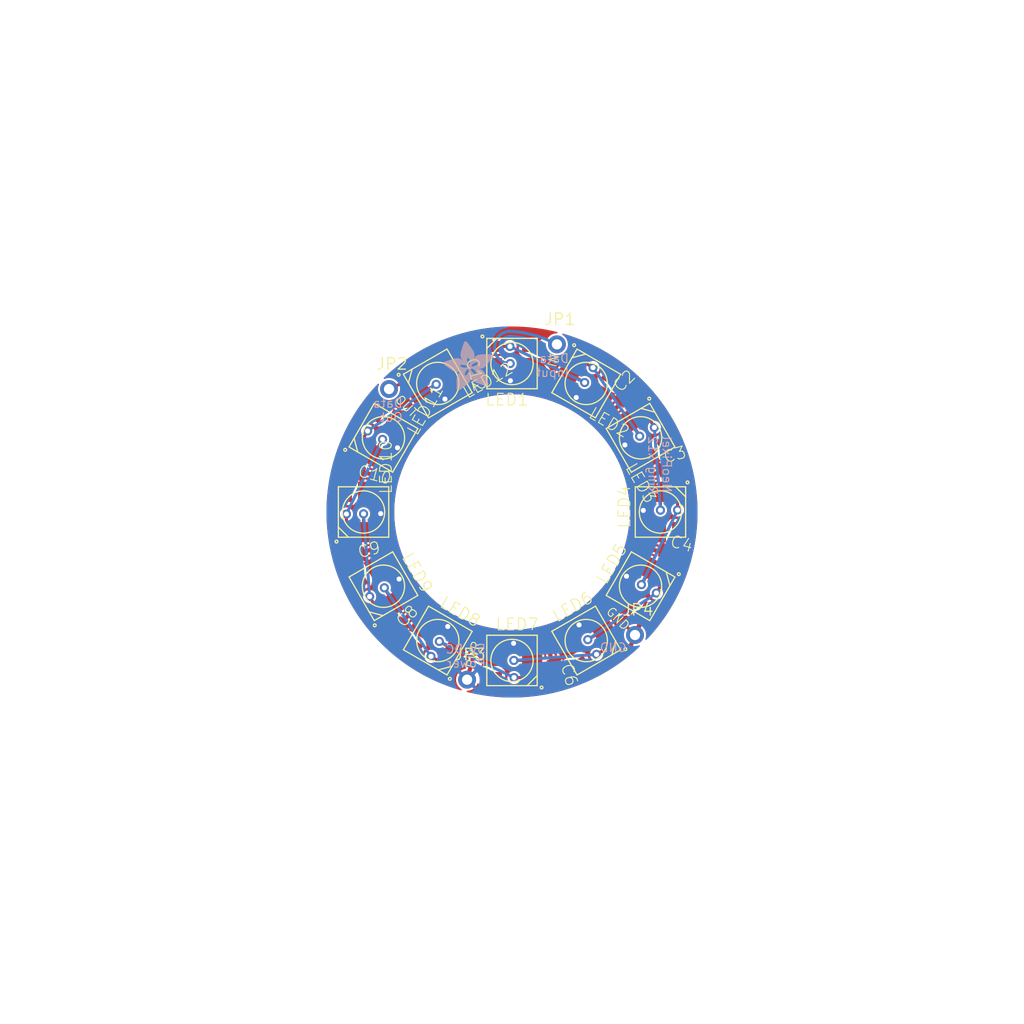
<source format=kicad_pcb>
(kicad_pcb (version 20221018) (generator pcbnew)
  (layers (0 "F.Cu" signal) (31 "B.Cu" signal) (34 "B.Paste" user) (35 "F.Paste" user) (36 "B.SilkS" user "B.Silkscreen") (37 "F.SilkS" user "F.Silkscreen") (38 "B.Mask" user) (39 "F.Mask" user) (44 "Edge.Cuts" user))
  (net 0 "")
  (net 1 "VDD")
  (net 2 "GND")
  (net 3 "N$1")
  (net 4 "N$2")
  (net 5 "N$3")
  (net 6 "N$4")
  (net 7 "N$5")
  (net 8 "N$6")
  (net 9 "N$7")
  (net 10 "N$8")
  (net 11 "N$9")
  (net 12 "N$10")
  (net 13 "N$11")
  (net 14 "N$13")
  (net 15 "N$14")
  (footprint "working:C0603" (layer "F.Cu") (at 152.77414 120.95099 -75)
    (fp_text reference "C6" (at -0.635 -0.635 -75) (layer "F.SilkS") (effects (font (size 1.1684 1.1684) (thickness 0.1016)) (justify left bottom)))
    (fp_text value "")
    (pad "1" smd rect (at -0.85 0 285) (size 1.1 1) (layers "F.Cu" "F.Paste" "F.Mask") (net 1 "VDD"))
    (pad "2" smd rect (at 0.85 0 285) (size 1.1 1) (layers "F.Cu" "F.Paste" "F.Mask") (net 2 "GND"))
  )
  (footprint "working:WS28115050" (layer "F.Cu") (at 135.742935 97.6376 -120)
    (fp_text reference "LED11" (at -1.7 -2.9 -120) (layer "F.SilkS") (effects (font (size 1.1684 1.1684) (thickness 0.1016)) (justify left bottom)))
    (fp_text value "WS28115050")
    (pad "DI" smd rect (at 2 0 240) (size 2 1.1) (layers "F.Cu" "F.Paste" "F.Mask") (net 12 "N$10"))
    (pad "DO" smd rect (at 2 1.7 240) (size 2 1.1) (layers "F.Cu" "F.Paste" "F.Mask") (net 13 "N$11"))
    (pad "LEDVDD" smd rect (at -2 0 240) (size 2 1.1) (layers "F.Cu" "F.Paste" "F.Mask") (net 1 "VDD"))
    (pad "NC" smd rect (at -2 -1.7 240) (size 2 1.1) (layers "F.Cu" "F.Paste" "F.Mask"))
    (pad "VDD" smd rect (at 2 -1.7 240) (size 2 1.1) (layers "F.Cu" "F.Paste" "F.Mask") (net 1 "VDD"))
    (pad "VSS" smd rect (at -2 1.7 240) (size 2 1.1) (layers "F.Cu" "F.Paste" "F.Mask") (net 2 "GND"))
  )
  (footprint "working:WS28115050" (layer "F.Cu") (at 155.8671 92.245435 150)
    (fp_text reference "LED2" (at -1.7 -2.9 150) (layer "F.SilkS") (effects (font (size 1.1684 1.1684) (thickness 0.1016)) (justify left bottom)))
    (fp_text value "WS28115050")
    (pad "DI" smd rect (at 2 0 150) (size 2 1.1) (layers "F.Cu" "F.Paste" "F.Mask") (net 3 "N$1"))
    (pad "DO" smd rect (at 2 1.7 150) (size 2 1.1) (layers "F.Cu" "F.Paste" "F.Mask") (net 4 "N$2"))
    (pad "LEDVDD" smd rect (at -2 0 150) (size 2 1.1) (layers "F.Cu" "F.Paste" "F.Mask") (net 1 "VDD"))
    (pad "NC" smd rect (at -2 -1.7 150) (size 2 1.1) (layers "F.Cu" "F.Paste" "F.Mask"))
    (pad "VDD" smd rect (at 2 -1.7 150) (size 2 1.1) (layers "F.Cu" "F.Paste" "F.Mask") (net 1 "VDD"))
    (pad "VSS" smd rect (at -2 1.7 150) (size 2 1.1) (layers "F.Cu" "F.Paste" "F.Mask") (net 2 "GND"))
  )
  (footprint "working:C0603" (layer "F.Cu") (at 132.55371 100.73056 165)
    (fp_text reference "C10" (at -0.635 -0.635 165) (layer "F.SilkS") (effects (font (size 1.1684 1.1684) (thickness 0.1016)) (justify left bottom)))
    (fp_text value "")
    (pad "1" smd rect (at -0.85 0 165) (size 1.1 1) (layers "F.Cu" "F.Paste" "F.Mask") (net 1 "VDD"))
    (pad "2" smd rect (at 0.85 0 165) (size 1.1 1) (layers "F.Cu" "F.Paste" "F.Mask") (net 2 "GND"))
  )
  (footprint "working:WS28115050" (layer "F.Cu") (at 135.742935 112.3696 -60)
    (fp_text reference "LED9" (at -1.7 -2.9 -60) (layer "F.SilkS") (effects (font (size 1.1684 1.1684) (thickness 0.1016)) (justify left bottom)))
    (fp_text value "WS28115050")
    (pad "DI" smd rect (at 2 0 300) (size 2 1.1) (layers "F.Cu" "F.Paste" "F.Mask") (net 10 "N$8"))
    (pad "DO" smd rect (at 2 1.7 300) (size 2 1.1) (layers "F.Cu" "F.Paste" "F.Mask") (net 11 "N$9"))
    (pad "LEDVDD" smd rect (at -2 0 300) (size 2 1.1) (layers "F.Cu" "F.Paste" "F.Mask") (net 1 "VDD"))
    (pad "NC" smd rect (at -2 -1.7 300) (size 2 1.1) (layers "F.Cu" "F.Paste" "F.Mask"))
    (pad "VDD" smd rect (at 2 -1.7 300) (size 2 1.1) (layers "F.Cu" "F.Paste" "F.Mask") (net 1 "VDD"))
    (pad "VSS" smd rect (at -2 1.7 300) (size 2 1.1) (layers "F.Cu" "F.Paste" "F.Mask") (net 2 "GND"))
  )
  (footprint "working:1X01-CLEANBIG" (layer "F.Cu") (at 152.960375 88.366441)
    (fp_text reference "JP1" (at -1.3462 -1.8288) (layer "F.SilkS") (effects (font (size 1.143 1.143) (thickness 0.127)) (justify left bottom)))
    (fp_text value "")
    (pad "1" thru_hole circle (at 0 0) (size 1.778 1.778) (drill 1.016) (layers "*.Cu" "*.Mask") (net 14 "N$13"))
  )
  (footprint "working:WS28115050" (layer "F.Cu") (at 163.2331 105.0036 90)
    (fp_text reference "LED4" (at -1.7 -2.9 90) (layer "F.SilkS") (effects (font (size 1.1684 1.1684) (thickness 0.1016)) (justify left bottom)))
    (fp_text value "WS28115050")
    (pad "DI" smd rect (at 2 0 90) (size 2 1.1) (layers "F.Cu" "F.Paste" "F.Mask") (net 5 "N$3"))
    (pad "DO" smd rect (at 2 1.7 90) (size 2 1.1) (layers "F.Cu" "F.Paste" "F.Mask") (net 6 "N$4"))
    (pad "LEDVDD" smd rect (at -2 0 90) (size 2 1.1) (layers "F.Cu" "F.Paste" "F.Mask") (net 1 "VDD"))
    (pad "NC" smd rect (at -2 -1.7 90) (size 2 1.1) (layers "F.Cu" "F.Paste" "F.Mask"))
    (pad "VDD" smd rect (at 2 -1.7 90) (size 2 1.1) (layers "F.Cu" "F.Paste" "F.Mask") (net 1 "VDD"))
    (pad "VSS" smd rect (at -2 1.7 90) (size 2 1.1) (layers "F.Cu" "F.Paste" "F.Mask") (net 2 "GND"))
  )
  (footprint "working:WS28115050" (layer "F.Cu") (at 155.8671 117.761765 30)
    (fp_text reference "LED6" (at -1.7 -2.9 30) (layer "F.SilkS") (effects (font (size 1.1684 1.1684) (thickness 0.1016)) (justify left bottom)))
    (fp_text value "WS28115050")
    (pad "DI" smd rect (at 2 0 30) (size 2 1.1) (layers "F.Cu" "F.Paste" "F.Mask") (net 7 "N$5"))
    (pad "DO" smd rect (at 2 1.7 30) (size 2 1.1) (layers "F.Cu" "F.Paste" "F.Mask") (net 8 "N$6"))
    (pad "LEDVDD" smd rect (at -2 0 30) (size 2 1.1) (layers "F.Cu" "F.Paste" "F.Mask") (net 1 "VDD"))
    (pad "NC" smd rect (at -2 -1.7 30) (size 2 1.1) (layers "F.Cu" "F.Paste" "F.Mask"))
    (pad "VDD" smd rect (at 2 -1.7 30) (size 2 1.1) (layers "F.Cu" "F.Paste" "F.Mask") (net 1 "VDD"))
    (pad "VSS" smd rect (at -2 1.7 30) (size 2 1.1) (layers "F.Cu" "F.Paste" "F.Mask") (net 2 "GND"))
  )
  (footprint "working:C0603" (layer "F.Cu") (at 144.22806 89.05621 105)
    (fp_text reference "C12" (at -0.635 -0.635 105) (layer "F.SilkS") (effects (font (size 1.1684 1.1684) (thickness 0.1016)) (justify left bottom)))
    (fp_text value "")
    (pad "1" smd rect (at -0.85 0 105) (size 1.1 1) (layers "F.Cu" "F.Paste" "F.Mask") (net 1 "VDD"))
    (pad "2" smd rect (at 0.85 0 105) (size 1.1 1) (layers "F.Cu" "F.Paste" "F.Mask") (net 2 "GND"))
  )
  (footprint "working:1X01-CLEANBIG" (layer "F.Cu") (at 136.297707 92.799388)
    (fp_text reference "JP2" (at -1.3462 -1.8288) (layer "F.SilkS") (effects (font (size 1.143 1.143) (thickness 0.127)) (justify left bottom)))
    (fp_text value "")
    (pad "1" thru_hole circle (at 0 0) (size 1.778 1.778) (drill 1.016) (layers "*.Cu" "*.Mask") (net 15 "N$14"))
  )
  (footprint "working:1X01-CLEANBIG" (layer "F.Cu") (at 144.044166 121.6448)
    (fp_text reference "JP3" (at -1.3462 -1.8288) (layer "F.SilkS") (effects (font (size 1.143 1.143) (thickness 0.127)) (justify left bottom)))
    (fp_text value "")
    (pad "1" thru_hole circle (at 0 0) (size 1.778 1.778) (drill 1.016) (layers "*.Cu" "*.Mask") (net 1 "VDD"))
  )
  (footprint "working:C0603" (layer "F.Cu") (at 136.826754 116.677946 -135)
    (fp_text reference "C8" (at -0.635 -0.635 -135) (layer "F.SilkS") (effects (font (size 1.1684 1.1684) (thickness 0.1016)) (justify left bottom)))
    (fp_text value "")
    (pad "1" smd rect (at -0.85 0 225) (size 1.1 1) (layers "F.Cu" "F.Paste" "F.Mask") (net 1 "VDD"))
    (pad "2" smd rect (at 0.85 0 225) (size 1.1 1) (layers "F.Cu" "F.Paste" "F.Mask") (net 2 "GND"))
  )
  (footprint "working:WS28115050" (layer "F.Cu") (at 148.5011 90.2716 180)
    (fp_text reference "LED1" (at -1.7 -2.9 180) (layer "F.SilkS") (effects (font (size 1.1684 1.1684) (thickness 0.1016)) (justify right top)))
    (fp_text value "WS28115050")
    (pad "DI" smd rect (at 2 0 180) (size 2 1.1) (layers "F.Cu" "F.Paste" "F.Mask") (net 14 "N$13"))
    (pad "DO" smd rect (at 2 1.7 180) (size 2 1.1) (layers "F.Cu" "F.Paste" "F.Mask") (net 3 "N$1"))
    (pad "LEDVDD" smd rect (at -2 0 180) (size 2 1.1) (layers "F.Cu" "F.Paste" "F.Mask") (net 1 "VDD"))
    (pad "NC" smd rect (at -2 -1.7 180) (size 2 1.1) (layers "F.Cu" "F.Paste" "F.Mask"))
    (pad "VDD" smd rect (at 2 -1.7 180) (size 2 1.1) (layers "F.Cu" "F.Paste" "F.Mask") (net 1 "VDD"))
    (pad "VSS" smd rect (at -2 1.7 180) (size 2 1.1) (layers "F.Cu" "F.Paste" "F.Mask") (net 2 "GND"))
  )
  (footprint "working:GUIDE-STAR-12" (layer "F.Cu") (at 148.5011 105.0036)
    (fp_text reference "U$1" hide)
    (fp_text value "" hide)
  )
  (footprint "working:C0603" (layer "F.Cu") (at 132.55371 109.27664 -165)
    (fp_text reference "C9" (at -0.635 -0.635 -165) (layer "F.SilkS") (effects (font (size 1.1684 1.1684) (thickness 0.1016)) (justify left bottom)))
    (fp_text value "")
    (pad "1" smd rect (at -0.85 0 195) (size 1.1 1) (layers "F.Cu" "F.Paste" "F.Mask") (net 1 "VDD"))
    (pad "2" smd rect (at 0.85 0 195) (size 1.1 1) (layers "F.Cu" "F.Paste" "F.Mask") (net 2 "GND"))
  )
  (footprint "working:C0603" (layer "F.Cu") (at 160.175446 93.329254 45)
    (fp_text reference "C2" (at -0.635 -0.635 45) (layer "F.SilkS") (effects (font (size 1.1684 1.1684) (thickness 0.1016)) (justify left bottom)))
    (fp_text value "")
    (pad "1" smd rect (at -0.85 0 45) (size 1.1 1) (layers "F.Cu" "F.Paste" "F.Mask") (net 1 "VDD"))
    (pad "2" smd rect (at 0.85 0 45) (size 1.1 1) (layers "F.Cu" "F.Paste" "F.Mask") (net 2 "GND"))
  )
  (footprint "working:WS28115050" (layer "F.Cu") (at 133.7691 105.0036 -90)
    (fp_text reference "LED10" (at -1.7 -2.9 -90) (layer "F.SilkS") (effects (font (size 1.1684 1.1684) (thickness 0.1016)) (justify left bottom)))
    (fp_text value "WS28115050")
    (pad "DI" smd rect (at 2 0 270) (size 2 1.1) (layers "F.Cu" "F.Paste" "F.Mask") (net 11 "N$9"))
    (pad "DO" smd rect (at 2 1.7 270) (size 2 1.1) (layers "F.Cu" "F.Paste" "F.Mask") (net 12 "N$10"))
    (pad "LEDVDD" smd rect (at -2 0 270) (size 2 1.1) (layers "F.Cu" "F.Paste" "F.Mask") (net 1 "VDD"))
    (pad "NC" smd rect (at -2 -1.7 270) (size 2 1.1) (layers "F.Cu" "F.Paste" "F.Mask"))
    (pad "VDD" smd rect (at 2 -1.7 270) (size 2 1.1) (layers "F.Cu" "F.Paste" "F.Mask") (net 1 "VDD"))
    (pad "VSS" smd rect (at -2 1.7 270) (size 2 1.1) (layers "F.Cu" "F.Paste" "F.Mask") (net 2 "GND"))
  )
  (footprint "working:C0603" (layer "F.Cu") (at 164.44849 100.73056 15)
    (fp_text reference "C3" (at -0.635 -0.635 15) (layer "F.SilkS") (effects (font (size 1.1684 1.1684) (thickness 0.1016)) (justify left bottom)))
    (fp_text value "")
    (pad "1" smd rect (at -0.85 0 15) (size 1.1 1) (layers "F.Cu" "F.Paste" "F.Mask") (net 1 "VDD"))
    (pad "2" smd rect (at 0.85 0 15) (size 1.1 1) (layers "F.Cu" "F.Paste" "F.Mask") (net 2 "GND"))
  )
  (footprint "working:1X01-CLEANBIG" (layer "F.Cu") (at 160.708237 117.211259)
    (fp_text reference "JP4" (at -1.3462 -1.8288) (layer "F.SilkS") (effects (font (size 1.143 1.143) (thickness 0.127)) (justify left bottom)))
    (fp_text value "")
    (pad "1" thru_hole circle (at 0 0) (size 1.778 1.778) (drill 1.016) (layers "*.Cu" "*.Mask") (net 2 "GND"))
  )
  (footprint "working:GUIDE-STAR-12" (layer "F.Cu") (at 148.5011 105.0036 15)
    (fp_text reference "U$2" hide)
    (fp_text value "" hide)
  )
  (footprint "working:WS28115050" (layer "F.Cu") (at 141.1351 92.245435 -150)
    (fp_text reference "LED12" (at -1.7 -2.9 -150) (layer "F.SilkS") (effects (font (size 1.1684 1.1684) (thickness 0.1016)) (justify left bottom)))
    (fp_text value "WS28115050")
    (pad "DI" smd rect (at 2 0 210) (size 2 1.1) (layers "F.Cu" "F.Paste" "F.Mask") (net 13 "N$11"))
    (pad "DO" smd rect (at 2 1.7 210) (size 2 1.1) (layers "F.Cu" "F.Paste" "F.Mask") (net 15 "N$14"))
    (pad "LEDVDD" smd rect (at -2 0 210) (size 2 1.1) (layers "F.Cu" "F.Paste" "F.Mask") (net 1 "VDD"))
    (pad "NC" smd rect (at -2 -1.7 210) (size 2 1.1) (layers "F.Cu" "F.Paste" "F.Mask"))
    (pad "VDD" smd rect (at 2 -1.7 210) (size 2 1.1) (layers "F.Cu" "F.Paste" "F.Mask") (net 1 "VDD"))
    (pad "VSS" smd rect (at -2 1.7 210) (size 2 1.1) (layers "F.Cu" "F.Paste" "F.Mask") (net 2 "GND"))
  )
  (footprint "working:WS28115050" (layer "F.Cu") (at 148.5011 119.7356)
    (fp_text reference "LED7" (at -1.7 -2.9) (layer "F.SilkS") (effects (font (size 1.1684 1.1684) (thickness 0.1016)) (justify left bottom)))
    (fp_text value "WS28115050")
    (pad "DI" smd rect (at 2 0) (size 2 1.1) (layers "F.Cu" "F.Paste" "F.Mask") (net 8 "N$6"))
    (pad "DO" smd rect (at 2 1.7) (size 2 1.1) (layers "F.Cu" "F.Paste" "F.Mask") (net 9 "N$7"))
    (pad "LEDVDD" smd rect (at -2 0) (size 2 1.1) (layers "F.Cu" "F.Paste" "F.Mask") (net 1 "VDD"))
    (pad "NC" smd rect (at -2 -1.7) (size 2 1.1) (layers "F.Cu" "F.Paste" "F.Mask"))
    (pad "VDD" smd rect (at 2 -1.7) (size 2 1.1) (layers "F.Cu" "F.Paste" "F.Mask") (net 1 "VDD"))
    (pad "VSS" smd rect (at -2 1.7) (size 2 1.1) (layers "F.Cu" "F.Paste" "F.Mask") (net 2 "GND"))
  )
  (footprint "working:WS28115050" (layer "F.Cu") (at 161.259265 97.6376 120)
    (fp_text reference "LED3" (at -1.7 -2.9 120) (layer "F.SilkS") (effects (font (size 1.1684 1.1684) (thickness 0.1016)) (justify left bottom)))
    (fp_text value "WS28115050")
    (pad "DI" smd rect (at 2 0 120) (size 2 1.1) (layers "F.Cu" "F.Paste" "F.Mask") (net 4 "N$2"))
    (pad "DO" smd rect (at 2 1.7 120) (size 2 1.1) (layers "F.Cu" "F.Paste" "F.Mask") (net 5 "N$3"))
    (pad "LEDVDD" smd rect (at -2 0 120) (size 2 1.1) (layers "F.Cu" "F.Paste" "F.Mask") (net 1 "VDD"))
    (pad "NC" smd rect (at -2 -1.7 120) (size 2 1.1) (layers "F.Cu" "F.Paste" "F.Mask"))
    (pad "VDD" smd rect (at 2 -1.7 120) (size 2 1.1) (layers "F.Cu" "F.Paste" "F.Mask") (net 1 "VDD"))
    (pad "VSS" smd rect (at -2 1.7 120) (size 2 1.1) (layers "F.Cu" "F.Paste" "F.Mask") (net 2 "GND"))
  )
  (footprint "working:WS28115050" (layer "F.Cu") (at 161.259265 112.3696 60)
    (fp_text reference "LED5" (at -1.7 -2.9 60) (layer "F.SilkS") (effects (font (size 1.1684 1.1684) (thickness 0.1016)) (justify left bottom)))
    (fp_text value "WS28115050")
    (pad "DI" smd rect (at 2 0 60) (size 2 1.1) (layers "F.Cu" "F.Paste" "F.Mask") (net 6 "N$4"))
    (pad "DO" smd rect (at 2 1.7 60) (size 2 1.1) (layers "F.Cu" "F.Paste" "F.Mask") (net 7 "N$5"))
    (pad "LEDVDD" smd rect (at -2 0 60) (size 2 1.1) (layers "F.Cu" "F.Paste" "F.Mask") (net 1 "VDD"))
    (pad "NC" smd rect (at -2 -1.7 60) (size 2 1.1) (layers "F.Cu" "F.Paste" "F.Mask"))
    (pad "VDD" smd rect (at 2 -1.7 60) (size 2 1.1) (layers "F.Cu" "F.Paste" "F.Mask") (net 1 "VDD"))
    (pad "VSS" smd rect (at -2 1.7 60) (size 2 1.1) (layers "F.Cu" "F.Paste" "F.Mask") (net 2 "GND"))
  )
  (footprint "working:WS28115050" (layer "F.Cu") (at 141.1351 117.761765 -30)
    (fp_text reference "LED8" (at -1.7 -2.9 -30) (layer "F.SilkS") (effects (font (size 1.1684 1.1684) (thickness 0.1016)) (justify left bottom)))
    (fp_text value "WS28115050")
    (pad "DI" smd rect (at 2 0 330) (size 2 1.1) (layers "F.Cu" "F.Paste" "F.Mask") (net 9 "N$7"))
    (pad "DO" smd rect (at 2 1.7 330) (size 2 1.1) (layers "F.Cu" "F.Paste" "F.Mask") (net 10 "N$8"))
    (pad "LEDVDD" smd rect (at -2 0 330) (size 2 1.1) (layers "F.Cu" "F.Paste" "F.Mask") (net 1 "VDD"))
    (pad "NC" smd rect (at -2 -1.7 330) (size 2 1.1) (layers "F.Cu" "F.Paste" "F.Mask"))
    (pad "VDD" smd rect (at 2 -1.7 330) (size 2 1.1) (layers "F.Cu" "F.Paste" "F.Mask") (net 1 "VDD"))
    (pad "VSS" smd rect (at -2 1.7 330) (size 2 1.1) (layers "F.Cu" "F.Paste" "F.Mask") (net 2 "GND"))
  )
  (footprint "working:C0603" (layer "F.Cu") (at 164.44849 109.27664 -15)
    (fp_text reference "C4" (at -0.635 -0.635 -15) (layer "F.SilkS") (effects (font (size 1.1684 1.1684) (thickness 0.1016)) (justify left bottom)))
    (fp_text value "")
    (pad "1" smd rect (at -0.85 0 345) (size 1.1 1) (layers "F.Cu" "F.Paste" "F.Mask") (net 1 "VDD"))
    (pad "2" smd rect (at 0.85 0 345) (size 1.1 1) (layers "F.Cu" "F.Paste" "F.Mask") (net 2 "GND"))
  )
  (footprint "working:ADAFRUIT_5MM" (layer "B.Cu") (at 146.5961 92.9386 180)
    (fp_text reference "U$3" hide)
    (fp_text value "" hide)
  )
  (gr_arc (start 130.0861 105.0036) (mid 135.479729 91.982229) (end 148.5011 86.5886) (stroke (width 0.000003)) (layer "Edge.Cuts"))
  (gr_arc (start 148.5011 123.4186) (mid 135.479729 118.024971) (end 130.0861 105.0036) (stroke (width 0.000003)) (layer "Edge.Cuts"))
  (gr_arc (start 166.9161 105.0036) (mid 161.522471 118.024971) (end 148.5011 123.4186) (stroke (width 0.000003)) (layer "Edge.Cuts"))
  (gr_circle (center 148.5011 105.0036) (end 160.1851 105.0036) (stroke (width 0.000003)) (fill none) (layer "Edge.Cuts"))
  (gr_arc (start 148.5011 86.5886) (mid 161.522471 91.982229) (end 166.9161 105.0036) (stroke (width 0.000003)) (layer "Edge.Cuts"))
  (gr_text "Data\nOut" (at 137.7061 96.1136) (layer "B.SilkS") (effects (font (size 0.86868 0.86868) (thickness 0.09652)) (justify left bottom mirror)))
  (gr_text "5V DC\nPower" (at 145.948832 120.520584) (layer "B.SilkS") (effects (font (size 0.86868 0.86868) (thickness 0.09652)) (justify left bottom mirror)))
  (gr_text "Data\nInput" (at 154.2161 91.6686) (layer "B.SilkS") (effects (font (size 0.86868 0.86868) (thickness 0.09652)) (justify left bottom mirror)))
  (gr_text "NeoPixel\nRing x12" (at 164.3761 97.3836 -90) (layer "B.SilkS") (effects (font (size 0.86868 0.86868) (thickness 0.09652)) (justify right top mirror)))
  (gr_text "GND" (at 159.9311 118.9736) (layer "B.SilkS") (effects (font (size 0.86868 0.86868) (thickness 0.09652)) (justify left bottom mirror)))
  (gr_text "GND" (at 160.354521 116.203618 315) (layer "F.SilkS") (effects (font (size 0.86868 0.86868) (thickness 0.09652)) (justify right top)))
  (gr_text "PWR" (at 144.793075 120.68354 75) (layer "F.SilkS") (effects (font (size 0.86868 0.86868) (thickness 0.09652)) (justify left bottom)))
  (gr_text "IN" (at 152.3111 89.1286 75) (layer "F.SilkS") (effects (font (size 0.86868 0.86868) (thickness 0.09652)) (justify right top)))
  (gr_text "OUT" (at 136.737569 93.938422 315) (layer "F.SilkS") (effects (font (size 0.86868 0.86868) (thickness 0.09652)) (justify left bottom)))
  (segment (start 160.259265 114.10165) (end 159.859468 114.829378) (width 0.4064) (layer "F.Cu") (net 1))
  (segment (start 133.7691 103.0036) (end 133.374747 100.950557) (width 0.4064) (layer "F.Cu") (net 1))
  (segment (start 159.859468 114.829378) (end 157.639509 115.109687) (width 0.4064) (layer "F.Cu") (net 1))
  (segment (start 144.88541 91.509597) (end 144.688054 90.773504) (width 0.4064) (layer "F.Cu") (net 1))
  (segment (start 138.215179 113.25165) (end 137.295382 111.656875) (width 0.4064) (layer "F.Cu") (net 1))
  (segment (start 162.731196 108.816646) (end 163.627453 109.056643) (width 0.4064) (layer "F.Cu") (net 1))
  (segment (start 144.448057 89.877247) (end 144.688054 90.773504) (width 0.4064) (layer "F.Cu") (net 1))
  (segment (start 133.374747 109.056643) (end 134.271004 108.816646) (width 0.4064) (layer "F.Cu") (net 1))
  (segment (start 136.742938 95.90555) (end 137.170491 95.173554) (width 0.4064) (layer "F.Cu") (net 1))
  (segment (start 133.374747 109.056643) (end 134.742935 110.637546) (width 0.4064) (layer "F.Cu") (net 1))
  (segment (start 156.74915 115.289521) (end 155.154375 116.209318) (width 0.4064) (layer "F.Cu") (net 1))
  (segment (start 144.88541 91.509597) (end 146.5011 91.9716) (width 0.4064) (layer "F.Cu") (net 1))
  (segment (start 157.639509 115.109687) (end 156.74915 115.289521) (width 0.4064) (layer "F.Cu") (net 1))
  (segment (start 136.215179 100.219654) (end 137.136379 98.625913) (width 0.4064) (layer "F.Cu") (net 1))
  (segment (start 135.4691 107.0036) (end 135.470138 105.162859) (width 0.4064) (layer "F.Cu") (net 1))
  (segment (start 163.2331 107.0036) (end 163.627453 109.056643) (width 0.4064) (layer "F.Cu") (net 1))
  (segment (start 158.379412 95.125288) (end 159.574403 93.930297) (width 0.4064) (layer "F.Cu") (net 1))
  (segment (start 150.5011 90.2716) (end 151.237371 90.127069) (width 0.4064) (layer "F.Cu") (net 1))
  (segment (start 146.5011 119.7356) (end 145.668954 119.744) (width 0.4064) (layer "F.Cu") (net 1))
  (segment (start 161.995103 101.38791) (end 162.731196 101.190554) (width 0.4064) (layer "F.Cu") (net 1))
  (segment (start 160.787021 109.787546) (end 159.865821 111.381287) (width 0.4064) (layer "F.Cu") (net 1))
  (segment (start 161.995103 101.38791) (end 161.5331 103.0036) (width 0.4064) (layer "F.Cu") (net 1))
  (segment (start 152.554143 120.129953) (end 152.314146 119.233696) (width 0.4064) (layer "F.Cu") (net 1))
  (segment (start 158.379412 95.125288) (end 158.787021 96.75555) (width 0.4064) (layer "F.Cu") (net 1))
  (segment (start 153.285046 92.717679) (end 154.878787 93.638879) (width 0.4064) (layer "F.Cu") (net 1))
  (segment (start 150.5011 118.0356) (end 149.770912 118.035187) (width 0.4064) (layer "F.Cu") (net 1))
  (segment (start 161.995103 108.61929) (end 162.731196 108.816646) (width 0.4064) (layer "F.Cu") (net 1))
  (segment (start 139.40305 116.761762) (end 137.427797 116.076903) (width 0.4064) (layer "F.Cu") (net 1))
  (segment (start 139.629557 94.892872) (end 140.25305 94.717679) (width 0.4064) (layer "F.Cu") (net 1))
  (segment (start 137.427797 116.076903) (end 138.622788 114.881912) (width 0.4064) (layer "F.Cu") (net 1))
  (segment (start 144.294582 117.911887) (end 143.717154 117.289521) (width 0.4064) (layer "F.Cu") (net 1))
  (segment (start 135.007097 108.61929) (end 134.271004 108.816646) (width 0.4064) (layer "F.Cu") (net 1))
  (segment (start 157.59915 93.245435) (end 159.574403 93.930297) (width 0.4064) (layer "F.Cu") (net 1))
  (segment (start 162.259265 99.369654) (end 163.627453 100.950557) (width 0.4064) (layer "F.Cu") (net 1))
  (segment (start 161.5331 103.0036) (end 161.532062 104.844341) (width 0.4064) (layer "F.Cu") (net 1))
  (segment (start 142.123413 116.368321) (end 143.717154 117.289521) (width 0.4064) (layer "F.Cu") (net 1))
  (segment (start 162.731196 101.190554) (end 163.627453 100.950557) (width 0.4064) (layer "F.Cu") (net 1))
  (segment (start 144.043744 121.646971) (end 144.847579 118.659746) (width 0.4064) (layer "F.Cu") (net 1))
  (segment (start 138.622788 114.881912) (end 138.215179 113.25165) (width 0.4064) (layer "F.Cu") (net 1))
  (segment (start 152.11679 118.497603) (end 152.314146 119.233696) (width 0.4064) (layer "F.Cu") (net 1))
  (segment (start 140.25305 94.717679) (end 141.847825 93.797882) (width 0.4064) (layer "F.Cu") (net 1))
  (segment (start 133.374747 100.950557) (end 134.271004 101.190554) (width 0.4064) (layer "F.Cu") (net 1))
  (segment (start 161.995103 108.61929) (end 160.787021 109.787546) (width 0.4064) (layer "F.Cu") (net 1))
  (segment (start 135.007097 101.38791) (end 134.271004 101.190554) (width 0.4064) (layer "F.Cu") (net 1))
  (segment (start 154.135046 118.761765) (end 152.554143 120.129953) (width 0.4064) (layer "F.Cu") (net 1))
  (segment (start 151.237371 90.127069) (end 152.585706 91.929985) (width 0.4064) (layer "F.Cu") (net 1))
  (segment (start 135.007097 108.61929) (end 135.4691 107.0036) (width 0.4064) (layer "F.Cu") (net 1))
  (segment (start 135.007097 101.38791) (end 136.215179 100.219654) (width 0.4064) (layer "F.Cu") (net 1))
  (segment (start 152.585706 91.929985) (end 153.285046 92.717679) (width 0.4064) (layer "F.Cu") (net 1))
  (segment (start 137.170491 95.173554) (end 139.629557 94.892872) (width 0.4064) (layer "F.Cu") (net 1))
  (segment (start 149.770912 118.035187) (end 148.660359 118.034562) (width 0.4064) (layer "F.Cu") (net 1))
  (segment (start 152.11679 118.497603) (end 149.770912 118.035187) (width 0.4064) (layer "F.Cu") (net 1))
  (segment (start 142.867154 91.245435) (end 144.448057 89.877247) (width 0.4064) (layer "F.Cu") (net 1))
  (segment (start 146.5011 91.9716) (end 148.341841 91.972638) (width 0.4064) (layer "F.Cu") (net 1))
  (segment (start 158.787021 96.75555) (end 159.706818 98.350325) (width 0.4064) (layer "F.Cu") (net 1))
  (segment (start 145.668954 119.744) (end 144.294582 117.911887) (width 0.4064) (layer "F.Cu") (net 1))
  (via (at 141.847825 93.797882) (size 0.9064) (drill 0.5) (layers "F.Cu" "B.Cu") (net 1))
  (via (at 137.295382 111.656875) (size 0.9064) (drill 0.5) (layers "F.Cu" "B.Cu") (net 1))
  (via (at 142.123413 116.368321) (size 0.9064) (drill 0.5) (layers "F.Cu" "B.Cu") (net 1))
  (via (at 159.865821 111.381287) (size 0.9064) (drill 0.5) (layers "F.Cu" "B.Cu") (net 1))
  (via (at 155.154375 116.209318) (size 0.9064) (drill 0.5) (layers "F.Cu" "B.Cu") (net 1))
  (via (at 148.660359 118.034562) (size 0.9064) (drill 0.5) (layers "F.Cu" "B.Cu") (net 1))
  (via (at 135.470138 105.162859) (size 0.9064) (drill 0.5) (layers "F.Cu" "B.Cu") (net 1))
  (via (at 154.878787 93.638879) (size 0.9064) (drill 0.5) (layers "F.Cu" "B.Cu") (net 1))
  (via (at 148.341841 91.972638) (size 0.9064) (drill 0.5) (layers "F.Cu" "B.Cu") (net 1))
  (via (at 137.136379 98.625913) (size 0.9064) (drill 0.5) (layers "F.Cu" "B.Cu") (net 1))
  (via (at 161.532062 104.844341) (size 0.9064) (drill 0.5) (layers "F.Cu" "B.Cu") (net 1))
  (via (at 159.706818 98.350325) (size 0.9064) (drill 0.5) (layers "F.Cu" "B.Cu") (net 1))
  (segment (start 153.586851 117.055457) (end 152.912377 117.312918) (width 0.4064) (layer "B.Cu") (net 1))
  (segment (start 158.258043 96.267326) (end 158.723862 96.818965) (width 0.4064) (layer "B.Cu") (net 1))
  (segment (start 135.470138 104.844341) (end 135.470138 104.844341) (width 0.4064) (layer "B.Cu") (net 1))
  (segment (start 135.470138 104.844341) (end 135.490388 104.122619) (width 0.4064) (layer "B.Cu") (net 1))
  (segment (start 154.245182 93.247337) (end 154.886645 93.578725) (width 0.4064) (layer "B.Cu") (net 1))
  (segment (start 135.973199 101.280997) (end 136.192455 100.593087) (width 0.4064) (layer "B.Cu") (net 1))
  (segment (start 135.652002 102.688251) (end 135.792858 101.980118) (width 0.4064) (layer "B.Cu") (net 1))
  (segment (start 142.115555 93.578725) (end 142.757018 93.247337) (width 0.4064) (layer "B.Cu") (net 1))
  (segment (start 135.470138 105.162859) (end 135.470138 104.844341) (width 0.4064) (layer "B.Cu") (net 1))
  (segment (start 157.237755 114.761442) (end 156.686165 115.227219) (width 0.4064) (layer "B.Cu") (net 1))
  (segment (start 152.912377 117.312918) (end 152.224529 117.532155) (width 0.4064) (layer "B.Cu") (net 1))
  (segment (start 149.382081 91.992888) (end 150.101532 92.053573) (width 0.4064) (layer "B.Cu") (net 1))
  (segment (start 157.762027 95.742673) (end 158.258043 96.267326) (width 0.4064) (layer "B.Cu") (net 1))
  (segment (start 159.158227 112.612433) (end 158.724111 113.189272) (width 0.4064) (layer "B.Cu") (net 1))
  (segment (start 139.764826 95.246657) (end 140.316465 94.780838) (width 0.4064) (layer "B.Cu") (net 1))
  (segment (start 148.341841 118.034562) (end 147.620119 118.014312) (width 0.4064) (layer "B.Cu") (net 1))
  (segment (start 140.316465 115.226362) (end 139.764826 114.760543) (width 0.4064) (layer "B.Cu") (net 1))
  (segment (start 154.886645 93.578725) (end 155.508518 93.945559) (width 0.4064) (layer "B.Cu") (net 1))
  (segment (start 156.108844 94.346684) (end 156.685735 94.780838) (width 0.4064) (layer "B.Cu") (net 1))
  (segment (start 158.723862 96.818965) (end 159.158016 97.395856) (width 0.4064) (layer "B.Cu") (net 1))
  (segment (start 161.350214 107.320506) (end 161.20937 108.028577) (width 0.4064) (layer "B.Cu") (net 1))
  (segment (start 152.911613 92.694955) (end 153.586146 92.952438) (width 0.4064) (layer "B.Cu") (net 1))
  (segment (start 135.551073 106.604032) (end 135.470138 105.162859) (width 0.4064) (layer "B.Cu") (net 1))
  (segment (start 141.493682 116.061641) (end 140.893356 115.660516) (width 0.4064) (layer "B.Cu") (net 1))
  (segment (start 135.490388 104.122619) (end 135.551073 103.403168) (width 0.4064) (layer "B.Cu") (net 1))
  (segment (start 159.158016 97.395856) (end 159.559141 97.996182) (width 0.4064) (layer "B.Cu") (net 1))
  (segment (start 154.887234 116.429226) (end 154.245828 116.760584) (width 0.4064) (layer "B.Cu") (net 1))
  (segment (start 161.451127 103.403168) (end 161.532062 104.844341) (width 0.4064) (layer "B.Cu") (net 1))
  (segment (start 161.350198 102.688251) (end 161.451127 103.403168) (width 0.4064) (layer "B.Cu") (net 1))
  (segment (start 144.778497 92.475699) (end 145.477618 92.295358) (width 0.4064) (layer "B.Cu") (net 1))
  (segment (start 143.416054 92.952438) (end 144.090587 92.694955) (width 0.4064) (layer "B.Cu") (net 1))
  (segment (start 139.240173 95.742673) (end 139.764826 95.246657) (width 0.4064) (layer "B.Cu") (net 1))
  (segment (start 145.477618 117.711842) (end 144.778497 117.531501) (width 0.4064) (layer "B.Cu") (net 1))
  (segment (start 151.52547 117.712479) (end 150.817399 117.853323) (width 0.4064) (layer "B.Cu") (net 1))
  (segment (start 161.029046 108.727636) (end 160.809809 109.415485) (width 0.4064) (layer "B.Cu") (net 1))
  (segment (start 137.443059 97.996182) (end 137.844184 97.395856) (width 0.4064) (layer "B.Cu") (net 1))
  (segment (start 161.532062 104.844341) (end 161.532062 105.164609) (width 0.4064) (layer "B.Cu") (net 1))
  (segment (start 160.552262 99.918554) (end 160.809745 100.593087) (width 0.4064) (layer "B.Cu") (net 1))
  (segment (start 154.245828 116.760584) (end 153.586851 117.055457) (width 0.4064) (layer "B.Cu") (net 1))
  (segment (start 157.762362 114.26547) (end 157.237755 114.761442) (width 0.4064) (layer "B.Cu") (net 1))
  (segment (start 150.817399 117.853323) (end 150.102546 117.954243) (width 0.4064) (layer "B.Cu") (net 1))
  (segment (start 144.090587 117.312245) (end 143.416054 117.054762) (width 0.4064) (layer "B.Cu") (net 1))
  (segment (start 140.316465 94.780838) (end 140.893356 94.346684) (width 0.4064) (layer "B.Cu") (net 1))
  (segment (start 155.509052 116.062425) (end 154.887234 116.429226) (width 0.4064) (layer "B.Cu") (net 1))
  (segment (start 143.416054 117.054762) (end 142.757018 116.759863) (width 0.4064) (layer "B.Cu") (net 1))
  (segment (start 144.778497 117.531501) (end 144.090587 117.312245) (width 0.4064) (layer "B.Cu") (net 1))
  (segment (start 137.443059 112.011018) (end 137.076225 111.389145) (width 0.4064) (layer "B.Cu") (net 1))
  (segment (start 159.926118 111.390342) (end 159.559317 112.01216) (width 0.4064) (layer "B.Cu") (net 1))
  (segment (start 146.185751 117.852698) (end 145.477618 117.711842) (width 0.4064) (layer "B.Cu") (net 1))
  (segment (start 139.764826 114.760543) (end 139.240173 114.264527) (width 0.4064) (layer "B.Cu") (net 1))
  (segment (start 146.900668 117.953627) (end 146.185751 117.852698) (width 0.4064) (layer "B.Cu") (net 1))
  (segment (start 136.744837 110.747682) (end 136.449938 110.088646) (width 0.4064) (layer "B.Cu") (net 1))
  (segment (start 148.660359 118.034562) (end 148.341841 118.034562) (width 0.4064) (layer "B.Cu") (net 1))
  (segment (start 137.076225 111.389145) (end 136.744837 110.747682) (width 0.4064) (layer "B.Cu") (net 1))
  (segment (start 136.192455 100.593087) (end 136.449938 99.918554) (width 0.4064) (layer "B.Cu") (net 1))
  (segment (start 155.508518 93.945559) (end 156.108844 94.346684) (width 0.4064) (layer "B.Cu") (net 1))
  (segment (start 142.757018 116.759863) (end 142.115555 116.428475) (width 0.4064) (layer "B.Cu") (net 1))
  (segment (start 138.278338 96.818965) (end 138.744157 96.267326) (width 0.4064) (layer "B.Cu") (net 1))
  (segment (start 156.686165 115.227219) (end 156.109325 115.661335) (width 0.4064) (layer "B.Cu") (net 1))
  (segment (start 161.209342 101.980118) (end 161.350198 102.688251) (width 0.4064) (layer "B.Cu") (net 1))
  (segment (start 152.224529 117.532155) (end 151.52547 117.712479) (width 0.4064) (layer "B.Cu") (net 1))
  (segment (start 160.257476 110.748935) (end 159.926118 111.390342) (width 0.4064) (layer "B.Cu") (net 1))
  (segment (start 136.744837 99.259518) (end 137.076225 98.618055) (width 0.4064) (layer "B.Cu") (net 1))
  (segment (start 159.559317 112.01216) (end 159.158227 112.612433) (width 0.4064) (layer "B.Cu") (net 1))
  (segment (start 150.101532 92.053573) (end 150.816449 92.154502) (width 0.4064) (layer "B.Cu") (net 1))
  (segment (start 141.493682 93.945559) (end 142.115555 93.578725) (width 0.4064) (layer "B.Cu") (net 1))
  (segment (start 156.685735 94.780838) (end 157.237374 95.246657) (width 0.4064) (layer "B.Cu") (net 1))
  (segment (start 158.724111 113.189272) (end 158.258334 113.740863) (width 0.4064) (layer "B.Cu") (net 1))
  (segment (start 139.240173 114.264527) (end 138.744157 113.739874) (width 0.4064) (layer "B.Cu") (net 1))
  (segment (start 160.809809 109.415485) (end 160.552349 110.089958) (width 0.4064) (layer "B.Cu") (net 1))
  (segment (start 160.809745 100.593087) (end 161.029001 101.280997) (width 0.4064) (layer "B.Cu") (net 1))
  (segment (start 145.477618 92.295358) (end 146.185751 92.154502) (width 0.4064) (layer "B.Cu") (net 1))
  (segment (start 151.524582 92.295358) (end 152.223703 92.475699) (width 0.4064) (layer "B.Cu") (net 1))
  (segment (start 135.652002 107.318949) (end 135.551073 106.604032) (width 0.4064) (layer "B.Cu") (net 1))
  (segment (start 135.792858 108.027082) (end 135.652002 107.318949) (width 0.4064) (layer "B.Cu") (net 1))
  (segment (start 137.844184 97.395856) (end 138.278338 96.818965) (width 0.4064) (layer "B.Cu") (net 1))
  (segment (start 142.757018 93.247337) (end 143.416054 92.952438) (width 0.4064) (layer "B.Cu") (net 1))
  (segment (start 161.029001 101.280997) (end 161.209342 101.980118) (width 0.4064) (layer "B.Cu") (net 1))
  (segment (start 148.341841 91.972638) (end 148.660359 91.972638) (width 0.4064) (layer "B.Cu") (net 1))
  (segment (start 148.341841 118.034562) (end 148.341841 118.034562) (width 0.4064) (layer "B.Cu") (net 1))
  (segment (start 138.744157 96.267326) (end 139.240173 95.742673) (width 0.4064) (layer "B.Cu") (net 1))
  (segment (start 158.258334 113.740863) (end 157.762362 114.26547) (width 0.4064) (layer "B.Cu") (net 1))
  (segment (start 136.449938 110.088646) (end 136.192455 109.414113) (width 0.4064) (layer "B.Cu") (net 1))
  (segment (start 136.449938 99.918554) (end 136.744837 99.259518) (width 0.4064) (layer "B.Cu") (net 1))
  (segment (start 160.552349 110.089958) (end 160.257476 110.748935) (width 0.4064) (layer "B.Cu") (net 1))
  (segment (start 150.816449 92.154502) (end 151.524582 92.295358) (width 0.4064) (layer "B.Cu") (net 1))
  (segment (start 156.109325 115.661335) (end 155.509052 116.062425) (width 0.4064) (layer "B.Cu") (net 1))
  (segment (start 161.511814 105.886265) (end 161.451135 106.605653) (width 0.4064) (layer "B.Cu") (net 1))
  (segment (start 144.090587 92.694955) (end 144.778497 92.475699) (width 0.4064) (layer "B.Cu") (net 1))
  (segment (start 137.076225 98.618055) (end 137.443059 97.996182) (width 0.4064) (layer "B.Cu") (net 1))
  (segment (start 146.185751 92.154502) (end 146.900668 92.053573) (width 0.4064) (layer "B.Cu") (net 1))
  (segment (start 159.559141 97.996182) (end 159.925975 98.618055) (width 0.4064) (layer "B.Cu") (net 1))
  (segment (start 138.278338 113.188235) (end 137.844184 112.611344) (width 0.4064) (layer "B.Cu") (net 1))
  (segment (start 161.532062 105.164609) (end 161.532062 105.164607) (width 0.4064) (layer "B.Cu") (net 1))
  (segment (start 147.620119 118.014312) (end 146.900668 117.953627) (width 0.4064) (layer "B.Cu") (net 1))
  (segment (start 140.893356 94.346684) (end 141.493682 93.945559) (width 0.4064) (layer "B.Cu") (net 1))
  (segment (start 146.900668 92.053573) (end 148.341841 91.972638) (width 0.4064) (layer "B.Cu") (net 1))
  (segment (start 153.586146 92.952438) (end 154.245182 93.247337) (width 0.4064) (layer "B.Cu") (net 1))
  (segment (start 152.223703 92.475699) (end 152.911613 92.694955) (width 0.4064) (layer "B.Cu") (net 1))
  (segment (start 137.844184 112.611344) (end 137.443059 112.011018) (width 0.4064) (layer "B.Cu") (net 1))
  (segment (start 161.20937 108.028577) (end 161.029046 108.727636) (width 0.4064) (layer "B.Cu") (net 1))
  (segment (start 148.660359 91.972638) (end 148.660359 91.972638) (width 0.4064) (layer "B.Cu") (net 1))
  (segment (start 160.257363 99.259518) (end 160.552262 99.918554) (width 0.4064) (layer "B.Cu") (net 1))
  (segment (start 159.925975 98.618055) (end 160.257363 99.259518) (width 0.4064) (layer "B.Cu") (net 1))
  (segment (start 161.532062 105.164607) (end 161.511814 105.886265) (width 0.4064) (layer "B.Cu") (net 1))
  (segment (start 142.115555 116.428475) (end 141.493682 116.061641) (width 0.4064) (layer "B.Cu") (net 1))
  (segment (start 140.893356 115.660516) (end 140.316465 115.226362) (width 0.4064) (layer "B.Cu") (net 1))
  (segment (start 157.237374 95.246657) (end 157.762027 95.742673) (width 0.4064) (layer "B.Cu") (net 1))
  (segment (start 136.192455 109.414113) (end 135.973199 108.726203) (width 0.4064) (layer "B.Cu") (net 1))
  (segment (start 135.973199 108.726203) (end 135.792858 108.027082) (width 0.4064) (layer "B.Cu") (net 1))
  (segment (start 138.744157 113.739874) (end 138.278338 113.188235) (width 0.4064) (layer "B.Cu") (net 1))
  (segment (start 150.102546 117.954243) (end 148.6615 118.035171) (width 0.4064) (layer "B.Cu") (net 1))
  (segment (start 135.792858 101.980118) (end 135.973199 101.280997) (width 0.4064) (layer "B.Cu") (net 1))
  (segment (start 148.660359 91.972638) (end 149.382081 91.992888) (width 0.4064) (layer "B.Cu") (net 1))
  (segment (start 135.551073 103.403168) (end 135.652002 102.688251) (width 0.4064) (layer "B.Cu") (net 1))
  (segment (start 161.451135 106.605653) (end 161.350214 107.320506) (width 0.4064) (layer "B.Cu") (net 1))
  (segment (start 160.708237 117.211259) (end 161.731506 114.95165) (width 0.4572) (layer "F.Cu") (net 2))
  (segment (start 160.708237 117.211259) (end 160.161831 118.567178) (width 0.4064) (layer "F.Cu") (net 2))
  (segment (start 146.5011 88.5716) (end 148.300441 88.572847) (width 0.3048) (layer "F.Cu") (net 3))
  (segment (start 154.135046 91.245435) (end 155.710637 92.156282) (width 0.3048) (layer "F.Cu") (net 3))
  (via (at 148.300441 88.572847) (size 0.9064) (drill 0.5) (layers "F.Cu" "B.Cu") (net 3))
  (via (at 155.710637 92.156282) (size 0.9064) (drill 0.5) (layers "F.Cu" "B.Cu") (net 3))
  (segment (start 148.300441 88.572847) (end 155.710637 92.156282) (width 0.3048) (layer "B.Cu") (net 3))
  (segment (start 160.259265 95.90555) (end 161.168334 97.482407) (width 0.3048) (layer "F.Cu") (net 4))
  (segment (start 154.985046 89.773194) (end 156.54274 90.673682) (width 0.3048) (layer "F.Cu") (net 4))
  (via (at 156.54274 90.673682) (size 0.9064) (drill 0.5) (layers "F.Cu" "B.Cu") (net 4))
  (via (at 161.168334 97.482407) (size 0.9064) (drill 0.5) (layers "F.Cu" "B.Cu") (net 4))
  (segment (start 156.54274 90.673682) (end 161.168334 97.482407) (width 0.3048) (layer "B.Cu") (net 4))
  (segment (start 163.2331 103.0036) (end 163.232084 104.823513) (width 0.3048) (layer "F.Cu") (net 5))
  (segment (start 161.731506 95.05555) (end 162.630103 96.614235) (width 0.3048) (layer "F.Cu") (net 5))
  (via (at 163.232084 104.823513) (size 0.9064) (drill 0.5) (layers "F.Cu" "B.Cu") (net 5))
  (via (at 162.630103 96.614235) (size 0.9064) (drill 0.5) (layers "F.Cu" "B.Cu") (net 5))
  (segment (start 162.630103 96.614235) (end 163.232084 104.823513) (width 0.3048) (layer "B.Cu") (net 5))
  (segment (start 164.9331 103.0036) (end 164.931853 104.802941) (width 0.3048) (layer "F.Cu") (net 6))
  (segment (start 162.259265 110.637546) (end 161.348418 112.213137) (width 0.3048) (layer "F.Cu") (net 6))
  (via (at 164.931853 104.802941) (size 0.9064) (drill 0.5) (layers "F.Cu" "B.Cu") (net 6))
  (via (at 161.348418 112.213137) (size 0.9064) (drill 0.5) (layers "F.Cu" "B.Cu") (net 6))
  (segment (start 164.931853 104.802941) (end 161.348418 112.213137) (width 0.3048) (layer "B.Cu") (net 6))
  (segment (start 163.731506 111.487546) (end 162.831018 113.04524) (width 0.3048) (layer "F.Cu") (net 7))
  (segment (start 157.59915 116.761765) (end 156.022293 117.670834) (width 0.3048) (layer "F.Cu") (net 7))
  (via (at 156.022293 117.670834) (size 0.9064) (drill 0.5) (layers "F.Cu" "B.Cu") (net 7))
  (via (at 162.831018 113.04524) (size 0.9064) (drill 0.5) (layers "F.Cu" "B.Cu") (net 7))
  (segment (start 162.831018 113.04524) (end 156.022293 117.670834) (width 0.3048) (layer "B.Cu") (net 7))
  (segment (start 158.44915 118.234006) (end 156.890465 119.132603) (width 0.3048) (layer "F.Cu") (net 8))
  (segment (start 150.5011 119.7356) (end 148.681187 119.734584) (width 0.3048) (layer "F.Cu") (net 8))
  (via (at 148.681187 119.734584) (size 0.9064) (drill 0.5) (layers "F.Cu" "B.Cu") (net 8))
  (via (at 156.890465 119.132603) (size 0.9064) (drill 0.5) (layers "F.Cu" "B.Cu") (net 8))
  (segment (start 156.890465 119.132603) (end 148.681187 119.734584) (width 0.3048) (layer "B.Cu") (net 8))
  (segment (start 150.5011 121.4356) (end 148.701759 121.434353) (width 0.3048) (layer "F.Cu") (net 9))
  (segment (start 142.867154 118.761765) (end 141.291563 117.850918) (width 0.3048) (layer "F.Cu") (net 9))
  (via (at 141.291563 117.850918) (size 0.9064) (drill 0.5) (layers "F.Cu" "B.Cu") (net 9))
  (via (at 148.701759 121.434353) (size 0.9064) (drill 0.5) (layers "F.Cu" "B.Cu") (net 9))
  (segment (start 148.701759 121.434353) (end 141.291563 117.850918) (width 0.3048) (layer "B.Cu") (net 9))
  (segment (start 142.017154 120.234006) (end 140.45946 119.333518) (width 0.3048) (layer "F.Cu") (net 10))
  (segment (start 136.742935 114.10165) (end 135.833866 112.524793) (width 0.3048) (layer "F.Cu") (net 10))
  (via (at 140.45946 119.333518) (size 0.9064) (drill 0.5) (layers "F.Cu" "B.Cu") (net 10))
  (via (at 135.833866 112.524793) (size 0.9064) (drill 0.5) (layers "F.Cu" "B.Cu") (net 10))
  (segment (start 140.45946 119.333518) (end 135.833866 112.524793) (width 0.3048) (layer "B.Cu") (net 10))
  (segment (start 133.7691 107.0036) (end 133.770116 105.183687) (width 0.3048) (layer "F.Cu") (net 11))
  (segment (start 135.270694 114.95165) (end 134.372097 113.392965) (width 0.3048) (layer "F.Cu") (net 11))
  (via (at 133.770116 105.183687) (size 0.9064) (drill 0.5) (layers "F.Cu" "B.Cu") (net 11))
  (via (at 134.372097 113.392965) (size 0.9064) (drill 0.5) (layers "F.Cu" "B.Cu") (net 11))
  (segment (start 134.372097 113.392965) (end 133.770116 105.183687) (width 0.3048) (layer "B.Cu") (net 11))
  (segment (start 132.0691 107.0036) (end 132.070347 105.204259) (width 0.3048) (layer "F.Cu") (net 12))
  (segment (start 134.742935 99.369654) (end 135.653782 97.794063) (width 0.3048) (layer "F.Cu") (net 12))
  (via (at 135.653782 97.794063) (size 0.9064) (drill 0.5) (layers "F.Cu" "B.Cu") (net 12))
  (via (at 132.070347 105.204259) (size 0.9064) (drill 0.5) (layers "F.Cu" "B.Cu") (net 12))
  (segment (start 132.070347 105.204259) (end 135.653782 97.794063) (width 0.3048) (layer "B.Cu") (net 12))
  (segment (start 139.40305 93.245435) (end 140.979907 92.336366) (width 0.3048) (layer "F.Cu") (net 13))
  (segment (start 133.270694 98.519654) (end 134.171182 96.96196) (width 0.3048) (layer "F.Cu") (net 13))
  (via (at 140.979907 92.336366) (size 0.9064) (drill 0.5) (layers "F.Cu" "B.Cu") (net 13))
  (via (at 134.171182 96.96196) (size 0.9064) (drill 0.5) (layers "F.Cu" "B.Cu") (net 13))
  (segment (start 134.171182 96.96196) (end 140.979907 92.336366) (width 0.3048) (layer "B.Cu") (net 13))
  (segment (start 146.5011 90.2716) (end 148.321013 90.272616) (width 0.3048) (layer "F.Cu") (net 14))
  (via (at 148.321013 90.272616) (size 0.9064) (drill 0.5) (layers "F.Cu" "B.Cu") (net 14))
  (segment (start 147.219773 89.837474) (end 147.068369 89.660202) (width 0.3048) (layer "B.Cu") (net 14))
  (segment (start 147.595819 90.110688) (end 147.397045 89.988879) (width 0.3048) (layer "B.Cu") (net 14))
  (segment (start 146.857346 89.246046) (end 146.784632 88.78695) (width 0.3048) (layer "B.Cu") (net 14))
  (segment (start 146.784632 88.717094) (end 146.784632 88.717094) (width 0.3048) (layer "B.Cu") (net 14))
  (segment (start 147.331081 87.420091) (end 147.52872 87.278316) (width 0.3048) (layer "B.Cu") (net 14))
  (segment (start 149.626498 87.211642) (end 150.320286 87.355656) (width 0.3048) (layer "B.Cu") (net 14))
  (segment (start 147.811201 90.199902) (end 147.595819 90.110688) (width 0.3048) (layer "B.Cu") (net 14))
  (segment (start 146.94656 89.461428) (end 146.857346 89.246046) (width 0.3048) (layer "B.Cu") (net 14))
  (segment (start 151.672918 87.775933) (end 152.960375 88.366441) (width 0.3048) (layer "B.Cu") (net 14))
  (segment (start 147.52872 87.278316) (end 147.746105 87.169204) (width 0.3048) (layer "B.Cu") (net 14))
  (segment (start 146.902165 88.002997) (end 147.013898 87.786949) (width 0.3048) (layer "B.Cu") (net 14))
  (segment (start 148.218344 87.058847) (end 148.218344 87.058847) (width 0.3048) (layer "B.Cu") (net 14))
  (segment (start 151.00337 87.544013) (end 151.672918 87.775933) (width 0.3048) (layer "B.Cu") (net 14))
  (segment (start 148.924882 87.112569) (end 149.626498 87.211642) (width 0.3048) (layer "B.Cu") (net 14))
  (segment (start 148.037888 90.254325) (end 147.811201 90.199902) (width 0.3048) (layer "B.Cu") (net 14))
  (segment (start 147.158054 87.591039) (end 147.331081 87.420091) (width 0.3048) (layer "B.Cu") (net 14))
  (segment (start 146.786103 88.473867) (end 146.825605 88.233865) (width 0.3048) (layer "B.Cu") (net 14))
  (segment (start 147.746105 87.169204) (end 148.218344 87.058847) (width 0.3048) (layer "B.Cu") (net 14))
  (segment (start 148.270297 90.272616) (end 148.270297 90.272616) (width 0.3048) (layer "B.Cu") (net 14))
  (segment (start 146.825605 88.233865) (end 146.902165 88.002997) (width 0.3048) (layer "B.Cu") (net 14))
  (segment (start 147.068369 89.660202) (end 146.94656 89.461428) (width 0.3048) (layer "B.Cu") (net 14))
  (segment (start 148.321013 90.272616) (end 148.270297 90.272616) (width 0.3048) (layer "B.Cu") (net 14))
  (segment (start 148.270297 90.272616) (end 148.037888 90.254325) (width 0.3048) (layer "B.Cu") (net 14))
  (segment (start 147.397045 89.988879) (end 147.219773 89.837474) (width 0.3048) (layer "B.Cu") (net 14))
  (segment (start 146.784632 88.717094) (end 146.786103 88.473867) (width 0.3048) (layer "B.Cu") (net 14))
  (segment (start 148.218344 87.058847) (end 148.924882 87.112569) (width 0.3048) (layer "B.Cu") (net 14))
  (segment (start 150.320286 87.355656) (end 151.00337 87.544013) (width 0.3048) (layer "B.Cu") (net 14))
  (segment (start 146.784632 88.78695) (end 146.784632 88.717094) (width 0.3048) (layer "B.Cu") (net 14))
  (segment (start 147.013898 87.786949) (end 147.158054 87.591039) (width 0.3048) (layer "B.Cu") (net 14))
  (segment (start 138.55305 91.773194) (end 136.297707 92.799388) (width 0.3048) (layer "F.Cu") (net 15))
  (zone (net 2) (net_name "GND") (layer "F.Cu") (priority 6) (connect_pads (clearance 0.000001)) (min_thickness 0.13335) (fill yes (thermal_gap 0.3167) (thermal_bridge_width 0.3167))
    (polygon (pts (xy 167.68445 124.18695) (xy 129.31775 124.18695) (xy 129.31775 85.82025) (xy 167.68445 85.82025)))
  )
  (zone (net 1) (net_name "VDD") (layer "B.Cu") (priority 6) (connect_pads (clearance 0.000001)) (min_thickness 0.1524) (fill yes (thermal_gap 0.3548) (thermal_bridge_width 0.3548))
    (polygon (pts (xy 167.7035 124.206) (xy 129.2987 124.206) (xy 129.2987 85.8012) (xy 167.7035 85.8012)))
  )
)
</source>
